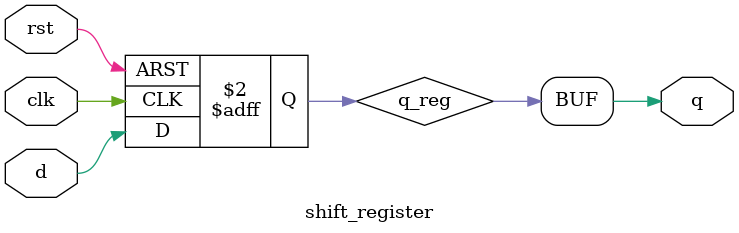
<source format=v>
module shift_register(
  input clk,
  input rst,
  input d,
  output q
    );

reg q_reg;
assign q = q_reg;

always@(posedge clk or posedge rst) begin
  if (rst) begin
    q_reg <= 1'b0;
  end else begin
    q_reg <= d;
  end
end

endmodule

</source>
